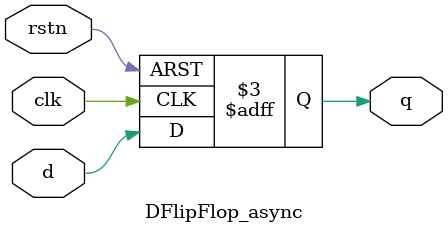
<source format=v>
`timescale 1ns / 1ps


module DFlipFlop_async(d,rstn,clk,q);
input d, rstn, clk;
output reg q;

    always @ (posedge clk or negedge rstn)
        if (!rstn)
            q <= 0;
        else
            q <= d;

endmodule

</source>
